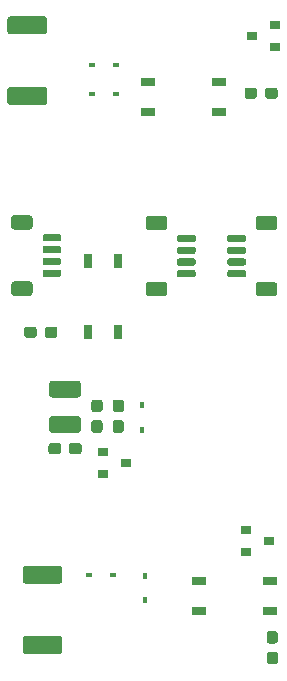
<source format=gtp>
G04 #@! TF.GenerationSoftware,KiCad,Pcbnew,(5.1.5-0)*
G04 #@! TF.CreationDate,2021-01-21T21:28:00-07:00*
G04 #@! TF.ProjectId,supercap,73757065-7263-4617-902e-6b696361645f,rev?*
G04 #@! TF.SameCoordinates,Original*
G04 #@! TF.FileFunction,Paste,Top*
G04 #@! TF.FilePolarity,Positive*
%FSLAX46Y46*%
G04 Gerber Fmt 4.6, Leading zero omitted, Abs format (unit mm)*
G04 Created by KiCad (PCBNEW (5.1.5-0)) date 2021-01-21 21:28:00*
%MOMM*%
%LPD*%
G04 APERTURE LIST*
%ADD10R,0.800000X1.200000*%
%ADD11C,0.100000*%
%ADD12R,0.900000X0.800000*%
%ADD13R,0.450000X0.600000*%
%ADD14R,1.200000X0.800000*%
%ADD15R,0.600000X0.450000*%
G04 APERTURE END LIST*
D10*
X130420000Y-92900000D03*
X130420000Y-98900000D03*
X127880000Y-98900000D03*
X127880000Y-92900000D03*
D11*
G36*
X123285779Y-98426144D02*
G01*
X123308834Y-98429563D01*
X123331443Y-98435227D01*
X123353387Y-98443079D01*
X123374457Y-98453044D01*
X123394448Y-98465026D01*
X123413168Y-98478910D01*
X123430438Y-98494562D01*
X123446090Y-98511832D01*
X123459974Y-98530552D01*
X123471956Y-98550543D01*
X123481921Y-98571613D01*
X123489773Y-98593557D01*
X123495437Y-98616166D01*
X123498856Y-98639221D01*
X123500000Y-98662500D01*
X123500000Y-99137500D01*
X123498856Y-99160779D01*
X123495437Y-99183834D01*
X123489773Y-99206443D01*
X123481921Y-99228387D01*
X123471956Y-99249457D01*
X123459974Y-99269448D01*
X123446090Y-99288168D01*
X123430438Y-99305438D01*
X123413168Y-99321090D01*
X123394448Y-99334974D01*
X123374457Y-99346956D01*
X123353387Y-99356921D01*
X123331443Y-99364773D01*
X123308834Y-99370437D01*
X123285779Y-99373856D01*
X123262500Y-99375000D01*
X122687500Y-99375000D01*
X122664221Y-99373856D01*
X122641166Y-99370437D01*
X122618557Y-99364773D01*
X122596613Y-99356921D01*
X122575543Y-99346956D01*
X122555552Y-99334974D01*
X122536832Y-99321090D01*
X122519562Y-99305438D01*
X122503910Y-99288168D01*
X122490026Y-99269448D01*
X122478044Y-99249457D01*
X122468079Y-99228387D01*
X122460227Y-99206443D01*
X122454563Y-99183834D01*
X122451144Y-99160779D01*
X122450000Y-99137500D01*
X122450000Y-98662500D01*
X122451144Y-98639221D01*
X122454563Y-98616166D01*
X122460227Y-98593557D01*
X122468079Y-98571613D01*
X122478044Y-98550543D01*
X122490026Y-98530552D01*
X122503910Y-98511832D01*
X122519562Y-98494562D01*
X122536832Y-98478910D01*
X122555552Y-98465026D01*
X122575543Y-98453044D01*
X122596613Y-98443079D01*
X122618557Y-98435227D01*
X122641166Y-98429563D01*
X122664221Y-98426144D01*
X122687500Y-98425000D01*
X123262500Y-98425000D01*
X123285779Y-98426144D01*
G37*
G36*
X125035779Y-98426144D02*
G01*
X125058834Y-98429563D01*
X125081443Y-98435227D01*
X125103387Y-98443079D01*
X125124457Y-98453044D01*
X125144448Y-98465026D01*
X125163168Y-98478910D01*
X125180438Y-98494562D01*
X125196090Y-98511832D01*
X125209974Y-98530552D01*
X125221956Y-98550543D01*
X125231921Y-98571613D01*
X125239773Y-98593557D01*
X125245437Y-98616166D01*
X125248856Y-98639221D01*
X125250000Y-98662500D01*
X125250000Y-99137500D01*
X125248856Y-99160779D01*
X125245437Y-99183834D01*
X125239773Y-99206443D01*
X125231921Y-99228387D01*
X125221956Y-99249457D01*
X125209974Y-99269448D01*
X125196090Y-99288168D01*
X125180438Y-99305438D01*
X125163168Y-99321090D01*
X125144448Y-99334974D01*
X125124457Y-99346956D01*
X125103387Y-99356921D01*
X125081443Y-99364773D01*
X125058834Y-99370437D01*
X125035779Y-99373856D01*
X125012500Y-99375000D01*
X124437500Y-99375000D01*
X124414221Y-99373856D01*
X124391166Y-99370437D01*
X124368557Y-99364773D01*
X124346613Y-99356921D01*
X124325543Y-99346956D01*
X124305552Y-99334974D01*
X124286832Y-99321090D01*
X124269562Y-99305438D01*
X124253910Y-99288168D01*
X124240026Y-99269448D01*
X124228044Y-99249457D01*
X124218079Y-99228387D01*
X124210227Y-99206443D01*
X124204563Y-99183834D01*
X124201144Y-99160779D01*
X124200000Y-99137500D01*
X124200000Y-98662500D01*
X124201144Y-98639221D01*
X124204563Y-98616166D01*
X124210227Y-98593557D01*
X124218079Y-98571613D01*
X124228044Y-98550543D01*
X124240026Y-98530552D01*
X124253910Y-98511832D01*
X124269562Y-98494562D01*
X124286832Y-98478910D01*
X124305552Y-98465026D01*
X124325543Y-98453044D01*
X124346613Y-98443079D01*
X124368557Y-98435227D01*
X124391166Y-98429563D01*
X124414221Y-98426144D01*
X124437500Y-98425000D01*
X125012500Y-98425000D01*
X125035779Y-98426144D01*
G37*
G36*
X143624505Y-94651204D02*
G01*
X143648773Y-94654804D01*
X143672572Y-94660765D01*
X143695671Y-94669030D01*
X143717850Y-94679520D01*
X143738893Y-94692132D01*
X143758599Y-94706747D01*
X143776777Y-94723223D01*
X143793253Y-94741401D01*
X143807868Y-94761107D01*
X143820480Y-94782150D01*
X143830970Y-94804329D01*
X143839235Y-94827428D01*
X143845196Y-94851227D01*
X143848796Y-94875495D01*
X143850000Y-94899999D01*
X143850000Y-95600001D01*
X143848796Y-95624505D01*
X143845196Y-95648773D01*
X143839235Y-95672572D01*
X143830970Y-95695671D01*
X143820480Y-95717850D01*
X143807868Y-95738893D01*
X143793253Y-95758599D01*
X143776777Y-95776777D01*
X143758599Y-95793253D01*
X143738893Y-95807868D01*
X143717850Y-95820480D01*
X143695671Y-95830970D01*
X143672572Y-95839235D01*
X143648773Y-95845196D01*
X143624505Y-95848796D01*
X143600001Y-95850000D01*
X142299999Y-95850000D01*
X142275495Y-95848796D01*
X142251227Y-95845196D01*
X142227428Y-95839235D01*
X142204329Y-95830970D01*
X142182150Y-95820480D01*
X142161107Y-95807868D01*
X142141401Y-95793253D01*
X142123223Y-95776777D01*
X142106747Y-95758599D01*
X142092132Y-95738893D01*
X142079520Y-95717850D01*
X142069030Y-95695671D01*
X142060765Y-95672572D01*
X142054804Y-95648773D01*
X142051204Y-95624505D01*
X142050000Y-95600001D01*
X142050000Y-94899999D01*
X142051204Y-94875495D01*
X142054804Y-94851227D01*
X142060765Y-94827428D01*
X142069030Y-94804329D01*
X142079520Y-94782150D01*
X142092132Y-94761107D01*
X142106747Y-94741401D01*
X142123223Y-94723223D01*
X142141401Y-94706747D01*
X142161107Y-94692132D01*
X142182150Y-94679520D01*
X142204329Y-94669030D01*
X142227428Y-94660765D01*
X142251227Y-94654804D01*
X142275495Y-94651204D01*
X142299999Y-94650000D01*
X143600001Y-94650000D01*
X143624505Y-94651204D01*
G37*
G36*
X143624505Y-89051204D02*
G01*
X143648773Y-89054804D01*
X143672572Y-89060765D01*
X143695671Y-89069030D01*
X143717850Y-89079520D01*
X143738893Y-89092132D01*
X143758599Y-89106747D01*
X143776777Y-89123223D01*
X143793253Y-89141401D01*
X143807868Y-89161107D01*
X143820480Y-89182150D01*
X143830970Y-89204329D01*
X143839235Y-89227428D01*
X143845196Y-89251227D01*
X143848796Y-89275495D01*
X143850000Y-89299999D01*
X143850000Y-90000001D01*
X143848796Y-90024505D01*
X143845196Y-90048773D01*
X143839235Y-90072572D01*
X143830970Y-90095671D01*
X143820480Y-90117850D01*
X143807868Y-90138893D01*
X143793253Y-90158599D01*
X143776777Y-90176777D01*
X143758599Y-90193253D01*
X143738893Y-90207868D01*
X143717850Y-90220480D01*
X143695671Y-90230970D01*
X143672572Y-90239235D01*
X143648773Y-90245196D01*
X143624505Y-90248796D01*
X143600001Y-90250000D01*
X142299999Y-90250000D01*
X142275495Y-90248796D01*
X142251227Y-90245196D01*
X142227428Y-90239235D01*
X142204329Y-90230970D01*
X142182150Y-90220480D01*
X142161107Y-90207868D01*
X142141401Y-90193253D01*
X142123223Y-90176777D01*
X142106747Y-90158599D01*
X142092132Y-90138893D01*
X142079520Y-90117850D01*
X142069030Y-90095671D01*
X142060765Y-90072572D01*
X142054804Y-90048773D01*
X142051204Y-90024505D01*
X142050000Y-90000001D01*
X142050000Y-89299999D01*
X142051204Y-89275495D01*
X142054804Y-89251227D01*
X142060765Y-89227428D01*
X142069030Y-89204329D01*
X142079520Y-89182150D01*
X142092132Y-89161107D01*
X142106747Y-89141401D01*
X142123223Y-89123223D01*
X142141401Y-89106747D01*
X142161107Y-89092132D01*
X142182150Y-89079520D01*
X142204329Y-89069030D01*
X142227428Y-89060765D01*
X142251227Y-89054804D01*
X142275495Y-89051204D01*
X142299999Y-89050000D01*
X143600001Y-89050000D01*
X143624505Y-89051204D01*
G37*
G36*
X141064703Y-93650722D02*
G01*
X141079264Y-93652882D01*
X141093543Y-93656459D01*
X141107403Y-93661418D01*
X141120710Y-93667712D01*
X141133336Y-93675280D01*
X141145159Y-93684048D01*
X141156066Y-93693934D01*
X141165952Y-93704841D01*
X141174720Y-93716664D01*
X141182288Y-93729290D01*
X141188582Y-93742597D01*
X141193541Y-93756457D01*
X141197118Y-93770736D01*
X141199278Y-93785297D01*
X141200000Y-93800000D01*
X141200000Y-94100000D01*
X141199278Y-94114703D01*
X141197118Y-94129264D01*
X141193541Y-94143543D01*
X141188582Y-94157403D01*
X141182288Y-94170710D01*
X141174720Y-94183336D01*
X141165952Y-94195159D01*
X141156066Y-94206066D01*
X141145159Y-94215952D01*
X141133336Y-94224720D01*
X141120710Y-94232288D01*
X141107403Y-94238582D01*
X141093543Y-94243541D01*
X141079264Y-94247118D01*
X141064703Y-94249278D01*
X141050000Y-94250000D01*
X139800000Y-94250000D01*
X139785297Y-94249278D01*
X139770736Y-94247118D01*
X139756457Y-94243541D01*
X139742597Y-94238582D01*
X139729290Y-94232288D01*
X139716664Y-94224720D01*
X139704841Y-94215952D01*
X139693934Y-94206066D01*
X139684048Y-94195159D01*
X139675280Y-94183336D01*
X139667712Y-94170710D01*
X139661418Y-94157403D01*
X139656459Y-94143543D01*
X139652882Y-94129264D01*
X139650722Y-94114703D01*
X139650000Y-94100000D01*
X139650000Y-93800000D01*
X139650722Y-93785297D01*
X139652882Y-93770736D01*
X139656459Y-93756457D01*
X139661418Y-93742597D01*
X139667712Y-93729290D01*
X139675280Y-93716664D01*
X139684048Y-93704841D01*
X139693934Y-93693934D01*
X139704841Y-93684048D01*
X139716664Y-93675280D01*
X139729290Y-93667712D01*
X139742597Y-93661418D01*
X139756457Y-93656459D01*
X139770736Y-93652882D01*
X139785297Y-93650722D01*
X139800000Y-93650000D01*
X141050000Y-93650000D01*
X141064703Y-93650722D01*
G37*
G36*
X141064703Y-92650722D02*
G01*
X141079264Y-92652882D01*
X141093543Y-92656459D01*
X141107403Y-92661418D01*
X141120710Y-92667712D01*
X141133336Y-92675280D01*
X141145159Y-92684048D01*
X141156066Y-92693934D01*
X141165952Y-92704841D01*
X141174720Y-92716664D01*
X141182288Y-92729290D01*
X141188582Y-92742597D01*
X141193541Y-92756457D01*
X141197118Y-92770736D01*
X141199278Y-92785297D01*
X141200000Y-92800000D01*
X141200000Y-93100000D01*
X141199278Y-93114703D01*
X141197118Y-93129264D01*
X141193541Y-93143543D01*
X141188582Y-93157403D01*
X141182288Y-93170710D01*
X141174720Y-93183336D01*
X141165952Y-93195159D01*
X141156066Y-93206066D01*
X141145159Y-93215952D01*
X141133336Y-93224720D01*
X141120710Y-93232288D01*
X141107403Y-93238582D01*
X141093543Y-93243541D01*
X141079264Y-93247118D01*
X141064703Y-93249278D01*
X141050000Y-93250000D01*
X139800000Y-93250000D01*
X139785297Y-93249278D01*
X139770736Y-93247118D01*
X139756457Y-93243541D01*
X139742597Y-93238582D01*
X139729290Y-93232288D01*
X139716664Y-93224720D01*
X139704841Y-93215952D01*
X139693934Y-93206066D01*
X139684048Y-93195159D01*
X139675280Y-93183336D01*
X139667712Y-93170710D01*
X139661418Y-93157403D01*
X139656459Y-93143543D01*
X139652882Y-93129264D01*
X139650722Y-93114703D01*
X139650000Y-93100000D01*
X139650000Y-92800000D01*
X139650722Y-92785297D01*
X139652882Y-92770736D01*
X139656459Y-92756457D01*
X139661418Y-92742597D01*
X139667712Y-92729290D01*
X139675280Y-92716664D01*
X139684048Y-92704841D01*
X139693934Y-92693934D01*
X139704841Y-92684048D01*
X139716664Y-92675280D01*
X139729290Y-92667712D01*
X139742597Y-92661418D01*
X139756457Y-92656459D01*
X139770736Y-92652882D01*
X139785297Y-92650722D01*
X139800000Y-92650000D01*
X141050000Y-92650000D01*
X141064703Y-92650722D01*
G37*
G36*
X141064703Y-91650722D02*
G01*
X141079264Y-91652882D01*
X141093543Y-91656459D01*
X141107403Y-91661418D01*
X141120710Y-91667712D01*
X141133336Y-91675280D01*
X141145159Y-91684048D01*
X141156066Y-91693934D01*
X141165952Y-91704841D01*
X141174720Y-91716664D01*
X141182288Y-91729290D01*
X141188582Y-91742597D01*
X141193541Y-91756457D01*
X141197118Y-91770736D01*
X141199278Y-91785297D01*
X141200000Y-91800000D01*
X141200000Y-92100000D01*
X141199278Y-92114703D01*
X141197118Y-92129264D01*
X141193541Y-92143543D01*
X141188582Y-92157403D01*
X141182288Y-92170710D01*
X141174720Y-92183336D01*
X141165952Y-92195159D01*
X141156066Y-92206066D01*
X141145159Y-92215952D01*
X141133336Y-92224720D01*
X141120710Y-92232288D01*
X141107403Y-92238582D01*
X141093543Y-92243541D01*
X141079264Y-92247118D01*
X141064703Y-92249278D01*
X141050000Y-92250000D01*
X139800000Y-92250000D01*
X139785297Y-92249278D01*
X139770736Y-92247118D01*
X139756457Y-92243541D01*
X139742597Y-92238582D01*
X139729290Y-92232288D01*
X139716664Y-92224720D01*
X139704841Y-92215952D01*
X139693934Y-92206066D01*
X139684048Y-92195159D01*
X139675280Y-92183336D01*
X139667712Y-92170710D01*
X139661418Y-92157403D01*
X139656459Y-92143543D01*
X139652882Y-92129264D01*
X139650722Y-92114703D01*
X139650000Y-92100000D01*
X139650000Y-91800000D01*
X139650722Y-91785297D01*
X139652882Y-91770736D01*
X139656459Y-91756457D01*
X139661418Y-91742597D01*
X139667712Y-91729290D01*
X139675280Y-91716664D01*
X139684048Y-91704841D01*
X139693934Y-91693934D01*
X139704841Y-91684048D01*
X139716664Y-91675280D01*
X139729290Y-91667712D01*
X139742597Y-91661418D01*
X139756457Y-91656459D01*
X139770736Y-91652882D01*
X139785297Y-91650722D01*
X139800000Y-91650000D01*
X141050000Y-91650000D01*
X141064703Y-91650722D01*
G37*
G36*
X141064703Y-90650722D02*
G01*
X141079264Y-90652882D01*
X141093543Y-90656459D01*
X141107403Y-90661418D01*
X141120710Y-90667712D01*
X141133336Y-90675280D01*
X141145159Y-90684048D01*
X141156066Y-90693934D01*
X141165952Y-90704841D01*
X141174720Y-90716664D01*
X141182288Y-90729290D01*
X141188582Y-90742597D01*
X141193541Y-90756457D01*
X141197118Y-90770736D01*
X141199278Y-90785297D01*
X141200000Y-90800000D01*
X141200000Y-91100000D01*
X141199278Y-91114703D01*
X141197118Y-91129264D01*
X141193541Y-91143543D01*
X141188582Y-91157403D01*
X141182288Y-91170710D01*
X141174720Y-91183336D01*
X141165952Y-91195159D01*
X141156066Y-91206066D01*
X141145159Y-91215952D01*
X141133336Y-91224720D01*
X141120710Y-91232288D01*
X141107403Y-91238582D01*
X141093543Y-91243541D01*
X141079264Y-91247118D01*
X141064703Y-91249278D01*
X141050000Y-91250000D01*
X139800000Y-91250000D01*
X139785297Y-91249278D01*
X139770736Y-91247118D01*
X139756457Y-91243541D01*
X139742597Y-91238582D01*
X139729290Y-91232288D01*
X139716664Y-91224720D01*
X139704841Y-91215952D01*
X139693934Y-91206066D01*
X139684048Y-91195159D01*
X139675280Y-91183336D01*
X139667712Y-91170710D01*
X139661418Y-91157403D01*
X139656459Y-91143543D01*
X139652882Y-91129264D01*
X139650722Y-91114703D01*
X139650000Y-91100000D01*
X139650000Y-90800000D01*
X139650722Y-90785297D01*
X139652882Y-90770736D01*
X139656459Y-90756457D01*
X139661418Y-90742597D01*
X139667712Y-90729290D01*
X139675280Y-90716664D01*
X139684048Y-90704841D01*
X139693934Y-90693934D01*
X139704841Y-90684048D01*
X139716664Y-90675280D01*
X139729290Y-90667712D01*
X139742597Y-90661418D01*
X139756457Y-90656459D01*
X139770736Y-90652882D01*
X139785297Y-90650722D01*
X139800000Y-90650000D01*
X141050000Y-90650000D01*
X141064703Y-90650722D01*
G37*
G36*
X134324505Y-89051204D02*
G01*
X134348773Y-89054804D01*
X134372572Y-89060765D01*
X134395671Y-89069030D01*
X134417850Y-89079520D01*
X134438893Y-89092132D01*
X134458599Y-89106747D01*
X134476777Y-89123223D01*
X134493253Y-89141401D01*
X134507868Y-89161107D01*
X134520480Y-89182150D01*
X134530970Y-89204329D01*
X134539235Y-89227428D01*
X134545196Y-89251227D01*
X134548796Y-89275495D01*
X134550000Y-89299999D01*
X134550000Y-90000001D01*
X134548796Y-90024505D01*
X134545196Y-90048773D01*
X134539235Y-90072572D01*
X134530970Y-90095671D01*
X134520480Y-90117850D01*
X134507868Y-90138893D01*
X134493253Y-90158599D01*
X134476777Y-90176777D01*
X134458599Y-90193253D01*
X134438893Y-90207868D01*
X134417850Y-90220480D01*
X134395671Y-90230970D01*
X134372572Y-90239235D01*
X134348773Y-90245196D01*
X134324505Y-90248796D01*
X134300001Y-90250000D01*
X132999999Y-90250000D01*
X132975495Y-90248796D01*
X132951227Y-90245196D01*
X132927428Y-90239235D01*
X132904329Y-90230970D01*
X132882150Y-90220480D01*
X132861107Y-90207868D01*
X132841401Y-90193253D01*
X132823223Y-90176777D01*
X132806747Y-90158599D01*
X132792132Y-90138893D01*
X132779520Y-90117850D01*
X132769030Y-90095671D01*
X132760765Y-90072572D01*
X132754804Y-90048773D01*
X132751204Y-90024505D01*
X132750000Y-90000001D01*
X132750000Y-89299999D01*
X132751204Y-89275495D01*
X132754804Y-89251227D01*
X132760765Y-89227428D01*
X132769030Y-89204329D01*
X132779520Y-89182150D01*
X132792132Y-89161107D01*
X132806747Y-89141401D01*
X132823223Y-89123223D01*
X132841401Y-89106747D01*
X132861107Y-89092132D01*
X132882150Y-89079520D01*
X132904329Y-89069030D01*
X132927428Y-89060765D01*
X132951227Y-89054804D01*
X132975495Y-89051204D01*
X132999999Y-89050000D01*
X134300001Y-89050000D01*
X134324505Y-89051204D01*
G37*
G36*
X134324505Y-94651204D02*
G01*
X134348773Y-94654804D01*
X134372572Y-94660765D01*
X134395671Y-94669030D01*
X134417850Y-94679520D01*
X134438893Y-94692132D01*
X134458599Y-94706747D01*
X134476777Y-94723223D01*
X134493253Y-94741401D01*
X134507868Y-94761107D01*
X134520480Y-94782150D01*
X134530970Y-94804329D01*
X134539235Y-94827428D01*
X134545196Y-94851227D01*
X134548796Y-94875495D01*
X134550000Y-94899999D01*
X134550000Y-95600001D01*
X134548796Y-95624505D01*
X134545196Y-95648773D01*
X134539235Y-95672572D01*
X134530970Y-95695671D01*
X134520480Y-95717850D01*
X134507868Y-95738893D01*
X134493253Y-95758599D01*
X134476777Y-95776777D01*
X134458599Y-95793253D01*
X134438893Y-95807868D01*
X134417850Y-95820480D01*
X134395671Y-95830970D01*
X134372572Y-95839235D01*
X134348773Y-95845196D01*
X134324505Y-95848796D01*
X134300001Y-95850000D01*
X132999999Y-95850000D01*
X132975495Y-95848796D01*
X132951227Y-95845196D01*
X132927428Y-95839235D01*
X132904329Y-95830970D01*
X132882150Y-95820480D01*
X132861107Y-95807868D01*
X132841401Y-95793253D01*
X132823223Y-95776777D01*
X132806747Y-95758599D01*
X132792132Y-95738893D01*
X132779520Y-95717850D01*
X132769030Y-95695671D01*
X132760765Y-95672572D01*
X132754804Y-95648773D01*
X132751204Y-95624505D01*
X132750000Y-95600001D01*
X132750000Y-94899999D01*
X132751204Y-94875495D01*
X132754804Y-94851227D01*
X132760765Y-94827428D01*
X132769030Y-94804329D01*
X132779520Y-94782150D01*
X132792132Y-94761107D01*
X132806747Y-94741401D01*
X132823223Y-94723223D01*
X132841401Y-94706747D01*
X132861107Y-94692132D01*
X132882150Y-94679520D01*
X132904329Y-94669030D01*
X132927428Y-94660765D01*
X132951227Y-94654804D01*
X132975495Y-94651204D01*
X132999999Y-94650000D01*
X134300001Y-94650000D01*
X134324505Y-94651204D01*
G37*
G36*
X136814703Y-90650722D02*
G01*
X136829264Y-90652882D01*
X136843543Y-90656459D01*
X136857403Y-90661418D01*
X136870710Y-90667712D01*
X136883336Y-90675280D01*
X136895159Y-90684048D01*
X136906066Y-90693934D01*
X136915952Y-90704841D01*
X136924720Y-90716664D01*
X136932288Y-90729290D01*
X136938582Y-90742597D01*
X136943541Y-90756457D01*
X136947118Y-90770736D01*
X136949278Y-90785297D01*
X136950000Y-90800000D01*
X136950000Y-91100000D01*
X136949278Y-91114703D01*
X136947118Y-91129264D01*
X136943541Y-91143543D01*
X136938582Y-91157403D01*
X136932288Y-91170710D01*
X136924720Y-91183336D01*
X136915952Y-91195159D01*
X136906066Y-91206066D01*
X136895159Y-91215952D01*
X136883336Y-91224720D01*
X136870710Y-91232288D01*
X136857403Y-91238582D01*
X136843543Y-91243541D01*
X136829264Y-91247118D01*
X136814703Y-91249278D01*
X136800000Y-91250000D01*
X135550000Y-91250000D01*
X135535297Y-91249278D01*
X135520736Y-91247118D01*
X135506457Y-91243541D01*
X135492597Y-91238582D01*
X135479290Y-91232288D01*
X135466664Y-91224720D01*
X135454841Y-91215952D01*
X135443934Y-91206066D01*
X135434048Y-91195159D01*
X135425280Y-91183336D01*
X135417712Y-91170710D01*
X135411418Y-91157403D01*
X135406459Y-91143543D01*
X135402882Y-91129264D01*
X135400722Y-91114703D01*
X135400000Y-91100000D01*
X135400000Y-90800000D01*
X135400722Y-90785297D01*
X135402882Y-90770736D01*
X135406459Y-90756457D01*
X135411418Y-90742597D01*
X135417712Y-90729290D01*
X135425280Y-90716664D01*
X135434048Y-90704841D01*
X135443934Y-90693934D01*
X135454841Y-90684048D01*
X135466664Y-90675280D01*
X135479290Y-90667712D01*
X135492597Y-90661418D01*
X135506457Y-90656459D01*
X135520736Y-90652882D01*
X135535297Y-90650722D01*
X135550000Y-90650000D01*
X136800000Y-90650000D01*
X136814703Y-90650722D01*
G37*
G36*
X136814703Y-91650722D02*
G01*
X136829264Y-91652882D01*
X136843543Y-91656459D01*
X136857403Y-91661418D01*
X136870710Y-91667712D01*
X136883336Y-91675280D01*
X136895159Y-91684048D01*
X136906066Y-91693934D01*
X136915952Y-91704841D01*
X136924720Y-91716664D01*
X136932288Y-91729290D01*
X136938582Y-91742597D01*
X136943541Y-91756457D01*
X136947118Y-91770736D01*
X136949278Y-91785297D01*
X136950000Y-91800000D01*
X136950000Y-92100000D01*
X136949278Y-92114703D01*
X136947118Y-92129264D01*
X136943541Y-92143543D01*
X136938582Y-92157403D01*
X136932288Y-92170710D01*
X136924720Y-92183336D01*
X136915952Y-92195159D01*
X136906066Y-92206066D01*
X136895159Y-92215952D01*
X136883336Y-92224720D01*
X136870710Y-92232288D01*
X136857403Y-92238582D01*
X136843543Y-92243541D01*
X136829264Y-92247118D01*
X136814703Y-92249278D01*
X136800000Y-92250000D01*
X135550000Y-92250000D01*
X135535297Y-92249278D01*
X135520736Y-92247118D01*
X135506457Y-92243541D01*
X135492597Y-92238582D01*
X135479290Y-92232288D01*
X135466664Y-92224720D01*
X135454841Y-92215952D01*
X135443934Y-92206066D01*
X135434048Y-92195159D01*
X135425280Y-92183336D01*
X135417712Y-92170710D01*
X135411418Y-92157403D01*
X135406459Y-92143543D01*
X135402882Y-92129264D01*
X135400722Y-92114703D01*
X135400000Y-92100000D01*
X135400000Y-91800000D01*
X135400722Y-91785297D01*
X135402882Y-91770736D01*
X135406459Y-91756457D01*
X135411418Y-91742597D01*
X135417712Y-91729290D01*
X135425280Y-91716664D01*
X135434048Y-91704841D01*
X135443934Y-91693934D01*
X135454841Y-91684048D01*
X135466664Y-91675280D01*
X135479290Y-91667712D01*
X135492597Y-91661418D01*
X135506457Y-91656459D01*
X135520736Y-91652882D01*
X135535297Y-91650722D01*
X135550000Y-91650000D01*
X136800000Y-91650000D01*
X136814703Y-91650722D01*
G37*
G36*
X136814703Y-92650722D02*
G01*
X136829264Y-92652882D01*
X136843543Y-92656459D01*
X136857403Y-92661418D01*
X136870710Y-92667712D01*
X136883336Y-92675280D01*
X136895159Y-92684048D01*
X136906066Y-92693934D01*
X136915952Y-92704841D01*
X136924720Y-92716664D01*
X136932288Y-92729290D01*
X136938582Y-92742597D01*
X136943541Y-92756457D01*
X136947118Y-92770736D01*
X136949278Y-92785297D01*
X136950000Y-92800000D01*
X136950000Y-93100000D01*
X136949278Y-93114703D01*
X136947118Y-93129264D01*
X136943541Y-93143543D01*
X136938582Y-93157403D01*
X136932288Y-93170710D01*
X136924720Y-93183336D01*
X136915952Y-93195159D01*
X136906066Y-93206066D01*
X136895159Y-93215952D01*
X136883336Y-93224720D01*
X136870710Y-93232288D01*
X136857403Y-93238582D01*
X136843543Y-93243541D01*
X136829264Y-93247118D01*
X136814703Y-93249278D01*
X136800000Y-93250000D01*
X135550000Y-93250000D01*
X135535297Y-93249278D01*
X135520736Y-93247118D01*
X135506457Y-93243541D01*
X135492597Y-93238582D01*
X135479290Y-93232288D01*
X135466664Y-93224720D01*
X135454841Y-93215952D01*
X135443934Y-93206066D01*
X135434048Y-93195159D01*
X135425280Y-93183336D01*
X135417712Y-93170710D01*
X135411418Y-93157403D01*
X135406459Y-93143543D01*
X135402882Y-93129264D01*
X135400722Y-93114703D01*
X135400000Y-93100000D01*
X135400000Y-92800000D01*
X135400722Y-92785297D01*
X135402882Y-92770736D01*
X135406459Y-92756457D01*
X135411418Y-92742597D01*
X135417712Y-92729290D01*
X135425280Y-92716664D01*
X135434048Y-92704841D01*
X135443934Y-92693934D01*
X135454841Y-92684048D01*
X135466664Y-92675280D01*
X135479290Y-92667712D01*
X135492597Y-92661418D01*
X135506457Y-92656459D01*
X135520736Y-92652882D01*
X135535297Y-92650722D01*
X135550000Y-92650000D01*
X136800000Y-92650000D01*
X136814703Y-92650722D01*
G37*
G36*
X136814703Y-93650722D02*
G01*
X136829264Y-93652882D01*
X136843543Y-93656459D01*
X136857403Y-93661418D01*
X136870710Y-93667712D01*
X136883336Y-93675280D01*
X136895159Y-93684048D01*
X136906066Y-93693934D01*
X136915952Y-93704841D01*
X136924720Y-93716664D01*
X136932288Y-93729290D01*
X136938582Y-93742597D01*
X136943541Y-93756457D01*
X136947118Y-93770736D01*
X136949278Y-93785297D01*
X136950000Y-93800000D01*
X136950000Y-94100000D01*
X136949278Y-94114703D01*
X136947118Y-94129264D01*
X136943541Y-94143543D01*
X136938582Y-94157403D01*
X136932288Y-94170710D01*
X136924720Y-94183336D01*
X136915952Y-94195159D01*
X136906066Y-94206066D01*
X136895159Y-94215952D01*
X136883336Y-94224720D01*
X136870710Y-94232288D01*
X136857403Y-94238582D01*
X136843543Y-94243541D01*
X136829264Y-94247118D01*
X136814703Y-94249278D01*
X136800000Y-94250000D01*
X135550000Y-94250000D01*
X135535297Y-94249278D01*
X135520736Y-94247118D01*
X135506457Y-94243541D01*
X135492597Y-94238582D01*
X135479290Y-94232288D01*
X135466664Y-94224720D01*
X135454841Y-94215952D01*
X135443934Y-94206066D01*
X135434048Y-94195159D01*
X135425280Y-94183336D01*
X135417712Y-94170710D01*
X135411418Y-94157403D01*
X135406459Y-94143543D01*
X135402882Y-94129264D01*
X135400722Y-94114703D01*
X135400000Y-94100000D01*
X135400000Y-93800000D01*
X135400722Y-93785297D01*
X135402882Y-93770736D01*
X135406459Y-93756457D01*
X135411418Y-93742597D01*
X135417712Y-93729290D01*
X135425280Y-93716664D01*
X135434048Y-93704841D01*
X135443934Y-93693934D01*
X135454841Y-93684048D01*
X135466664Y-93675280D01*
X135479290Y-93667712D01*
X135492597Y-93661418D01*
X135506457Y-93656459D01*
X135520736Y-93652882D01*
X135535297Y-93650722D01*
X135550000Y-93650000D01*
X136800000Y-93650000D01*
X136814703Y-93650722D01*
G37*
G36*
X122924505Y-89001204D02*
G01*
X122948773Y-89004804D01*
X122972572Y-89010765D01*
X122995671Y-89019030D01*
X123017850Y-89029520D01*
X123038893Y-89042132D01*
X123058599Y-89056747D01*
X123076777Y-89073223D01*
X123093253Y-89091401D01*
X123107868Y-89111107D01*
X123120480Y-89132150D01*
X123130970Y-89154329D01*
X123139235Y-89177428D01*
X123145196Y-89201227D01*
X123148796Y-89225495D01*
X123150000Y-89249999D01*
X123150000Y-89950001D01*
X123148796Y-89974505D01*
X123145196Y-89998773D01*
X123139235Y-90022572D01*
X123130970Y-90045671D01*
X123120480Y-90067850D01*
X123107868Y-90088893D01*
X123093253Y-90108599D01*
X123076777Y-90126777D01*
X123058599Y-90143253D01*
X123038893Y-90157868D01*
X123017850Y-90170480D01*
X122995671Y-90180970D01*
X122972572Y-90189235D01*
X122948773Y-90195196D01*
X122924505Y-90198796D01*
X122900001Y-90200000D01*
X121599999Y-90200000D01*
X121575495Y-90198796D01*
X121551227Y-90195196D01*
X121527428Y-90189235D01*
X121504329Y-90180970D01*
X121482150Y-90170480D01*
X121461107Y-90157868D01*
X121441401Y-90143253D01*
X121423223Y-90126777D01*
X121406747Y-90108599D01*
X121392132Y-90088893D01*
X121379520Y-90067850D01*
X121369030Y-90045671D01*
X121360765Y-90022572D01*
X121354804Y-89998773D01*
X121351204Y-89974505D01*
X121350000Y-89950001D01*
X121350000Y-89249999D01*
X121351204Y-89225495D01*
X121354804Y-89201227D01*
X121360765Y-89177428D01*
X121369030Y-89154329D01*
X121379520Y-89132150D01*
X121392132Y-89111107D01*
X121406747Y-89091401D01*
X121423223Y-89073223D01*
X121441401Y-89056747D01*
X121461107Y-89042132D01*
X121482150Y-89029520D01*
X121504329Y-89019030D01*
X121527428Y-89010765D01*
X121551227Y-89004804D01*
X121575495Y-89001204D01*
X121599999Y-89000000D01*
X122900001Y-89000000D01*
X122924505Y-89001204D01*
G37*
G36*
X122924505Y-94601204D02*
G01*
X122948773Y-94604804D01*
X122972572Y-94610765D01*
X122995671Y-94619030D01*
X123017850Y-94629520D01*
X123038893Y-94642132D01*
X123058599Y-94656747D01*
X123076777Y-94673223D01*
X123093253Y-94691401D01*
X123107868Y-94711107D01*
X123120480Y-94732150D01*
X123130970Y-94754329D01*
X123139235Y-94777428D01*
X123145196Y-94801227D01*
X123148796Y-94825495D01*
X123150000Y-94849999D01*
X123150000Y-95550001D01*
X123148796Y-95574505D01*
X123145196Y-95598773D01*
X123139235Y-95622572D01*
X123130970Y-95645671D01*
X123120480Y-95667850D01*
X123107868Y-95688893D01*
X123093253Y-95708599D01*
X123076777Y-95726777D01*
X123058599Y-95743253D01*
X123038893Y-95757868D01*
X123017850Y-95770480D01*
X122995671Y-95780970D01*
X122972572Y-95789235D01*
X122948773Y-95795196D01*
X122924505Y-95798796D01*
X122900001Y-95800000D01*
X121599999Y-95800000D01*
X121575495Y-95798796D01*
X121551227Y-95795196D01*
X121527428Y-95789235D01*
X121504329Y-95780970D01*
X121482150Y-95770480D01*
X121461107Y-95757868D01*
X121441401Y-95743253D01*
X121423223Y-95726777D01*
X121406747Y-95708599D01*
X121392132Y-95688893D01*
X121379520Y-95667850D01*
X121369030Y-95645671D01*
X121360765Y-95622572D01*
X121354804Y-95598773D01*
X121351204Y-95574505D01*
X121350000Y-95550001D01*
X121350000Y-94849999D01*
X121351204Y-94825495D01*
X121354804Y-94801227D01*
X121360765Y-94777428D01*
X121369030Y-94754329D01*
X121379520Y-94732150D01*
X121392132Y-94711107D01*
X121406747Y-94691401D01*
X121423223Y-94673223D01*
X121441401Y-94656747D01*
X121461107Y-94642132D01*
X121482150Y-94629520D01*
X121504329Y-94619030D01*
X121527428Y-94610765D01*
X121551227Y-94604804D01*
X121575495Y-94601204D01*
X121599999Y-94600000D01*
X122900001Y-94600000D01*
X122924505Y-94601204D01*
G37*
G36*
X125414703Y-90600722D02*
G01*
X125429264Y-90602882D01*
X125443543Y-90606459D01*
X125457403Y-90611418D01*
X125470710Y-90617712D01*
X125483336Y-90625280D01*
X125495159Y-90634048D01*
X125506066Y-90643934D01*
X125515952Y-90654841D01*
X125524720Y-90666664D01*
X125532288Y-90679290D01*
X125538582Y-90692597D01*
X125543541Y-90706457D01*
X125547118Y-90720736D01*
X125549278Y-90735297D01*
X125550000Y-90750000D01*
X125550000Y-91050000D01*
X125549278Y-91064703D01*
X125547118Y-91079264D01*
X125543541Y-91093543D01*
X125538582Y-91107403D01*
X125532288Y-91120710D01*
X125524720Y-91133336D01*
X125515952Y-91145159D01*
X125506066Y-91156066D01*
X125495159Y-91165952D01*
X125483336Y-91174720D01*
X125470710Y-91182288D01*
X125457403Y-91188582D01*
X125443543Y-91193541D01*
X125429264Y-91197118D01*
X125414703Y-91199278D01*
X125400000Y-91200000D01*
X124150000Y-91200000D01*
X124135297Y-91199278D01*
X124120736Y-91197118D01*
X124106457Y-91193541D01*
X124092597Y-91188582D01*
X124079290Y-91182288D01*
X124066664Y-91174720D01*
X124054841Y-91165952D01*
X124043934Y-91156066D01*
X124034048Y-91145159D01*
X124025280Y-91133336D01*
X124017712Y-91120710D01*
X124011418Y-91107403D01*
X124006459Y-91093543D01*
X124002882Y-91079264D01*
X124000722Y-91064703D01*
X124000000Y-91050000D01*
X124000000Y-90750000D01*
X124000722Y-90735297D01*
X124002882Y-90720736D01*
X124006459Y-90706457D01*
X124011418Y-90692597D01*
X124017712Y-90679290D01*
X124025280Y-90666664D01*
X124034048Y-90654841D01*
X124043934Y-90643934D01*
X124054841Y-90634048D01*
X124066664Y-90625280D01*
X124079290Y-90617712D01*
X124092597Y-90611418D01*
X124106457Y-90606459D01*
X124120736Y-90602882D01*
X124135297Y-90600722D01*
X124150000Y-90600000D01*
X125400000Y-90600000D01*
X125414703Y-90600722D01*
G37*
G36*
X125414703Y-91600722D02*
G01*
X125429264Y-91602882D01*
X125443543Y-91606459D01*
X125457403Y-91611418D01*
X125470710Y-91617712D01*
X125483336Y-91625280D01*
X125495159Y-91634048D01*
X125506066Y-91643934D01*
X125515952Y-91654841D01*
X125524720Y-91666664D01*
X125532288Y-91679290D01*
X125538582Y-91692597D01*
X125543541Y-91706457D01*
X125547118Y-91720736D01*
X125549278Y-91735297D01*
X125550000Y-91750000D01*
X125550000Y-92050000D01*
X125549278Y-92064703D01*
X125547118Y-92079264D01*
X125543541Y-92093543D01*
X125538582Y-92107403D01*
X125532288Y-92120710D01*
X125524720Y-92133336D01*
X125515952Y-92145159D01*
X125506066Y-92156066D01*
X125495159Y-92165952D01*
X125483336Y-92174720D01*
X125470710Y-92182288D01*
X125457403Y-92188582D01*
X125443543Y-92193541D01*
X125429264Y-92197118D01*
X125414703Y-92199278D01*
X125400000Y-92200000D01*
X124150000Y-92200000D01*
X124135297Y-92199278D01*
X124120736Y-92197118D01*
X124106457Y-92193541D01*
X124092597Y-92188582D01*
X124079290Y-92182288D01*
X124066664Y-92174720D01*
X124054841Y-92165952D01*
X124043934Y-92156066D01*
X124034048Y-92145159D01*
X124025280Y-92133336D01*
X124017712Y-92120710D01*
X124011418Y-92107403D01*
X124006459Y-92093543D01*
X124002882Y-92079264D01*
X124000722Y-92064703D01*
X124000000Y-92050000D01*
X124000000Y-91750000D01*
X124000722Y-91735297D01*
X124002882Y-91720736D01*
X124006459Y-91706457D01*
X124011418Y-91692597D01*
X124017712Y-91679290D01*
X124025280Y-91666664D01*
X124034048Y-91654841D01*
X124043934Y-91643934D01*
X124054841Y-91634048D01*
X124066664Y-91625280D01*
X124079290Y-91617712D01*
X124092597Y-91611418D01*
X124106457Y-91606459D01*
X124120736Y-91602882D01*
X124135297Y-91600722D01*
X124150000Y-91600000D01*
X125400000Y-91600000D01*
X125414703Y-91600722D01*
G37*
G36*
X125414703Y-92600722D02*
G01*
X125429264Y-92602882D01*
X125443543Y-92606459D01*
X125457403Y-92611418D01*
X125470710Y-92617712D01*
X125483336Y-92625280D01*
X125495159Y-92634048D01*
X125506066Y-92643934D01*
X125515952Y-92654841D01*
X125524720Y-92666664D01*
X125532288Y-92679290D01*
X125538582Y-92692597D01*
X125543541Y-92706457D01*
X125547118Y-92720736D01*
X125549278Y-92735297D01*
X125550000Y-92750000D01*
X125550000Y-93050000D01*
X125549278Y-93064703D01*
X125547118Y-93079264D01*
X125543541Y-93093543D01*
X125538582Y-93107403D01*
X125532288Y-93120710D01*
X125524720Y-93133336D01*
X125515952Y-93145159D01*
X125506066Y-93156066D01*
X125495159Y-93165952D01*
X125483336Y-93174720D01*
X125470710Y-93182288D01*
X125457403Y-93188582D01*
X125443543Y-93193541D01*
X125429264Y-93197118D01*
X125414703Y-93199278D01*
X125400000Y-93200000D01*
X124150000Y-93200000D01*
X124135297Y-93199278D01*
X124120736Y-93197118D01*
X124106457Y-93193541D01*
X124092597Y-93188582D01*
X124079290Y-93182288D01*
X124066664Y-93174720D01*
X124054841Y-93165952D01*
X124043934Y-93156066D01*
X124034048Y-93145159D01*
X124025280Y-93133336D01*
X124017712Y-93120710D01*
X124011418Y-93107403D01*
X124006459Y-93093543D01*
X124002882Y-93079264D01*
X124000722Y-93064703D01*
X124000000Y-93050000D01*
X124000000Y-92750000D01*
X124000722Y-92735297D01*
X124002882Y-92720736D01*
X124006459Y-92706457D01*
X124011418Y-92692597D01*
X124017712Y-92679290D01*
X124025280Y-92666664D01*
X124034048Y-92654841D01*
X124043934Y-92643934D01*
X124054841Y-92634048D01*
X124066664Y-92625280D01*
X124079290Y-92617712D01*
X124092597Y-92611418D01*
X124106457Y-92606459D01*
X124120736Y-92602882D01*
X124135297Y-92600722D01*
X124150000Y-92600000D01*
X125400000Y-92600000D01*
X125414703Y-92600722D01*
G37*
G36*
X125414703Y-93600722D02*
G01*
X125429264Y-93602882D01*
X125443543Y-93606459D01*
X125457403Y-93611418D01*
X125470710Y-93617712D01*
X125483336Y-93625280D01*
X125495159Y-93634048D01*
X125506066Y-93643934D01*
X125515952Y-93654841D01*
X125524720Y-93666664D01*
X125532288Y-93679290D01*
X125538582Y-93692597D01*
X125543541Y-93706457D01*
X125547118Y-93720736D01*
X125549278Y-93735297D01*
X125550000Y-93750000D01*
X125550000Y-94050000D01*
X125549278Y-94064703D01*
X125547118Y-94079264D01*
X125543541Y-94093543D01*
X125538582Y-94107403D01*
X125532288Y-94120710D01*
X125524720Y-94133336D01*
X125515952Y-94145159D01*
X125506066Y-94156066D01*
X125495159Y-94165952D01*
X125483336Y-94174720D01*
X125470710Y-94182288D01*
X125457403Y-94188582D01*
X125443543Y-94193541D01*
X125429264Y-94197118D01*
X125414703Y-94199278D01*
X125400000Y-94200000D01*
X124150000Y-94200000D01*
X124135297Y-94199278D01*
X124120736Y-94197118D01*
X124106457Y-94193541D01*
X124092597Y-94188582D01*
X124079290Y-94182288D01*
X124066664Y-94174720D01*
X124054841Y-94165952D01*
X124043934Y-94156066D01*
X124034048Y-94145159D01*
X124025280Y-94133336D01*
X124017712Y-94120710D01*
X124011418Y-94107403D01*
X124006459Y-94093543D01*
X124002882Y-94079264D01*
X124000722Y-94064703D01*
X124000000Y-94050000D01*
X124000000Y-93750000D01*
X124000722Y-93735297D01*
X124002882Y-93720736D01*
X124006459Y-93706457D01*
X124011418Y-93692597D01*
X124017712Y-93679290D01*
X124025280Y-93666664D01*
X124034048Y-93654841D01*
X124043934Y-93643934D01*
X124054841Y-93634048D01*
X124066664Y-93625280D01*
X124079290Y-93617712D01*
X124092597Y-93611418D01*
X124106457Y-93606459D01*
X124120736Y-93602882D01*
X124135297Y-93600722D01*
X124150000Y-93600000D01*
X125400000Y-93600000D01*
X125414703Y-93600722D01*
G37*
G36*
X128860779Y-106351144D02*
G01*
X128883834Y-106354563D01*
X128906443Y-106360227D01*
X128928387Y-106368079D01*
X128949457Y-106378044D01*
X128969448Y-106390026D01*
X128988168Y-106403910D01*
X129005438Y-106419562D01*
X129021090Y-106436832D01*
X129034974Y-106455552D01*
X129046956Y-106475543D01*
X129056921Y-106496613D01*
X129064773Y-106518557D01*
X129070437Y-106541166D01*
X129073856Y-106564221D01*
X129075000Y-106587500D01*
X129075000Y-107162500D01*
X129073856Y-107185779D01*
X129070437Y-107208834D01*
X129064773Y-107231443D01*
X129056921Y-107253387D01*
X129046956Y-107274457D01*
X129034974Y-107294448D01*
X129021090Y-107313168D01*
X129005438Y-107330438D01*
X128988168Y-107346090D01*
X128969448Y-107359974D01*
X128949457Y-107371956D01*
X128928387Y-107381921D01*
X128906443Y-107389773D01*
X128883834Y-107395437D01*
X128860779Y-107398856D01*
X128837500Y-107400000D01*
X128362500Y-107400000D01*
X128339221Y-107398856D01*
X128316166Y-107395437D01*
X128293557Y-107389773D01*
X128271613Y-107381921D01*
X128250543Y-107371956D01*
X128230552Y-107359974D01*
X128211832Y-107346090D01*
X128194562Y-107330438D01*
X128178910Y-107313168D01*
X128165026Y-107294448D01*
X128153044Y-107274457D01*
X128143079Y-107253387D01*
X128135227Y-107231443D01*
X128129563Y-107208834D01*
X128126144Y-107185779D01*
X128125000Y-107162500D01*
X128125000Y-106587500D01*
X128126144Y-106564221D01*
X128129563Y-106541166D01*
X128135227Y-106518557D01*
X128143079Y-106496613D01*
X128153044Y-106475543D01*
X128165026Y-106455552D01*
X128178910Y-106436832D01*
X128194562Y-106419562D01*
X128211832Y-106403910D01*
X128230552Y-106390026D01*
X128250543Y-106378044D01*
X128271613Y-106368079D01*
X128293557Y-106360227D01*
X128316166Y-106354563D01*
X128339221Y-106351144D01*
X128362500Y-106350000D01*
X128837500Y-106350000D01*
X128860779Y-106351144D01*
G37*
G36*
X128860779Y-104601144D02*
G01*
X128883834Y-104604563D01*
X128906443Y-104610227D01*
X128928387Y-104618079D01*
X128949457Y-104628044D01*
X128969448Y-104640026D01*
X128988168Y-104653910D01*
X129005438Y-104669562D01*
X129021090Y-104686832D01*
X129034974Y-104705552D01*
X129046956Y-104725543D01*
X129056921Y-104746613D01*
X129064773Y-104768557D01*
X129070437Y-104791166D01*
X129073856Y-104814221D01*
X129075000Y-104837500D01*
X129075000Y-105412500D01*
X129073856Y-105435779D01*
X129070437Y-105458834D01*
X129064773Y-105481443D01*
X129056921Y-105503387D01*
X129046956Y-105524457D01*
X129034974Y-105544448D01*
X129021090Y-105563168D01*
X129005438Y-105580438D01*
X128988168Y-105596090D01*
X128969448Y-105609974D01*
X128949457Y-105621956D01*
X128928387Y-105631921D01*
X128906443Y-105639773D01*
X128883834Y-105645437D01*
X128860779Y-105648856D01*
X128837500Y-105650000D01*
X128362500Y-105650000D01*
X128339221Y-105648856D01*
X128316166Y-105645437D01*
X128293557Y-105639773D01*
X128271613Y-105631921D01*
X128250543Y-105621956D01*
X128230552Y-105609974D01*
X128211832Y-105596090D01*
X128194562Y-105580438D01*
X128178910Y-105563168D01*
X128165026Y-105544448D01*
X128153044Y-105524457D01*
X128143079Y-105503387D01*
X128135227Y-105481443D01*
X128129563Y-105458834D01*
X128126144Y-105435779D01*
X128125000Y-105412500D01*
X128125000Y-104837500D01*
X128126144Y-104814221D01*
X128129563Y-104791166D01*
X128135227Y-104768557D01*
X128143079Y-104746613D01*
X128153044Y-104725543D01*
X128165026Y-104705552D01*
X128178910Y-104686832D01*
X128194562Y-104669562D01*
X128211832Y-104653910D01*
X128230552Y-104640026D01*
X128250543Y-104628044D01*
X128271613Y-104618079D01*
X128293557Y-104610227D01*
X128316166Y-104604563D01*
X128339221Y-104601144D01*
X128362500Y-104600000D01*
X128837500Y-104600000D01*
X128860779Y-104601144D01*
G37*
G36*
X125335779Y-108276144D02*
G01*
X125358834Y-108279563D01*
X125381443Y-108285227D01*
X125403387Y-108293079D01*
X125424457Y-108303044D01*
X125444448Y-108315026D01*
X125463168Y-108328910D01*
X125480438Y-108344562D01*
X125496090Y-108361832D01*
X125509974Y-108380552D01*
X125521956Y-108400543D01*
X125531921Y-108421613D01*
X125539773Y-108443557D01*
X125545437Y-108466166D01*
X125548856Y-108489221D01*
X125550000Y-108512500D01*
X125550000Y-108987500D01*
X125548856Y-109010779D01*
X125545437Y-109033834D01*
X125539773Y-109056443D01*
X125531921Y-109078387D01*
X125521956Y-109099457D01*
X125509974Y-109119448D01*
X125496090Y-109138168D01*
X125480438Y-109155438D01*
X125463168Y-109171090D01*
X125444448Y-109184974D01*
X125424457Y-109196956D01*
X125403387Y-109206921D01*
X125381443Y-109214773D01*
X125358834Y-109220437D01*
X125335779Y-109223856D01*
X125312500Y-109225000D01*
X124737500Y-109225000D01*
X124714221Y-109223856D01*
X124691166Y-109220437D01*
X124668557Y-109214773D01*
X124646613Y-109206921D01*
X124625543Y-109196956D01*
X124605552Y-109184974D01*
X124586832Y-109171090D01*
X124569562Y-109155438D01*
X124553910Y-109138168D01*
X124540026Y-109119448D01*
X124528044Y-109099457D01*
X124518079Y-109078387D01*
X124510227Y-109056443D01*
X124504563Y-109033834D01*
X124501144Y-109010779D01*
X124500000Y-108987500D01*
X124500000Y-108512500D01*
X124501144Y-108489221D01*
X124504563Y-108466166D01*
X124510227Y-108443557D01*
X124518079Y-108421613D01*
X124528044Y-108400543D01*
X124540026Y-108380552D01*
X124553910Y-108361832D01*
X124569562Y-108344562D01*
X124586832Y-108328910D01*
X124605552Y-108315026D01*
X124625543Y-108303044D01*
X124646613Y-108293079D01*
X124668557Y-108285227D01*
X124691166Y-108279563D01*
X124714221Y-108276144D01*
X124737500Y-108275000D01*
X125312500Y-108275000D01*
X125335779Y-108276144D01*
G37*
G36*
X127085779Y-108276144D02*
G01*
X127108834Y-108279563D01*
X127131443Y-108285227D01*
X127153387Y-108293079D01*
X127174457Y-108303044D01*
X127194448Y-108315026D01*
X127213168Y-108328910D01*
X127230438Y-108344562D01*
X127246090Y-108361832D01*
X127259974Y-108380552D01*
X127271956Y-108400543D01*
X127281921Y-108421613D01*
X127289773Y-108443557D01*
X127295437Y-108466166D01*
X127298856Y-108489221D01*
X127300000Y-108512500D01*
X127300000Y-108987500D01*
X127298856Y-109010779D01*
X127295437Y-109033834D01*
X127289773Y-109056443D01*
X127281921Y-109078387D01*
X127271956Y-109099457D01*
X127259974Y-109119448D01*
X127246090Y-109138168D01*
X127230438Y-109155438D01*
X127213168Y-109171090D01*
X127194448Y-109184974D01*
X127174457Y-109196956D01*
X127153387Y-109206921D01*
X127131443Y-109214773D01*
X127108834Y-109220437D01*
X127085779Y-109223856D01*
X127062500Y-109225000D01*
X126487500Y-109225000D01*
X126464221Y-109223856D01*
X126441166Y-109220437D01*
X126418557Y-109214773D01*
X126396613Y-109206921D01*
X126375543Y-109196956D01*
X126355552Y-109184974D01*
X126336832Y-109171090D01*
X126319562Y-109155438D01*
X126303910Y-109138168D01*
X126290026Y-109119448D01*
X126278044Y-109099457D01*
X126268079Y-109078387D01*
X126260227Y-109056443D01*
X126254563Y-109033834D01*
X126251144Y-109010779D01*
X126250000Y-108987500D01*
X126250000Y-108512500D01*
X126251144Y-108489221D01*
X126254563Y-108466166D01*
X126260227Y-108443557D01*
X126268079Y-108421613D01*
X126278044Y-108400543D01*
X126290026Y-108380552D01*
X126303910Y-108361832D01*
X126319562Y-108344562D01*
X126336832Y-108328910D01*
X126355552Y-108315026D01*
X126375543Y-108303044D01*
X126396613Y-108293079D01*
X126418557Y-108285227D01*
X126441166Y-108279563D01*
X126464221Y-108276144D01*
X126487500Y-108275000D01*
X127062500Y-108275000D01*
X127085779Y-108276144D01*
G37*
D12*
X131100000Y-109950000D03*
X129100000Y-110900000D03*
X129100000Y-109000000D03*
D13*
X132400000Y-107150000D03*
X132400000Y-105050000D03*
D14*
X137250000Y-119930000D03*
X143250000Y-119930000D03*
X143250000Y-122470000D03*
X137250000Y-122470000D03*
D11*
G36*
X143710779Y-124201144D02*
G01*
X143733834Y-124204563D01*
X143756443Y-124210227D01*
X143778387Y-124218079D01*
X143799457Y-124228044D01*
X143819448Y-124240026D01*
X143838168Y-124253910D01*
X143855438Y-124269562D01*
X143871090Y-124286832D01*
X143884974Y-124305552D01*
X143896956Y-124325543D01*
X143906921Y-124346613D01*
X143914773Y-124368557D01*
X143920437Y-124391166D01*
X143923856Y-124414221D01*
X143925000Y-124437500D01*
X143925000Y-125012500D01*
X143923856Y-125035779D01*
X143920437Y-125058834D01*
X143914773Y-125081443D01*
X143906921Y-125103387D01*
X143896956Y-125124457D01*
X143884974Y-125144448D01*
X143871090Y-125163168D01*
X143855438Y-125180438D01*
X143838168Y-125196090D01*
X143819448Y-125209974D01*
X143799457Y-125221956D01*
X143778387Y-125231921D01*
X143756443Y-125239773D01*
X143733834Y-125245437D01*
X143710779Y-125248856D01*
X143687500Y-125250000D01*
X143212500Y-125250000D01*
X143189221Y-125248856D01*
X143166166Y-125245437D01*
X143143557Y-125239773D01*
X143121613Y-125231921D01*
X143100543Y-125221956D01*
X143080552Y-125209974D01*
X143061832Y-125196090D01*
X143044562Y-125180438D01*
X143028910Y-125163168D01*
X143015026Y-125144448D01*
X143003044Y-125124457D01*
X142993079Y-125103387D01*
X142985227Y-125081443D01*
X142979563Y-125058834D01*
X142976144Y-125035779D01*
X142975000Y-125012500D01*
X142975000Y-124437500D01*
X142976144Y-124414221D01*
X142979563Y-124391166D01*
X142985227Y-124368557D01*
X142993079Y-124346613D01*
X143003044Y-124325543D01*
X143015026Y-124305552D01*
X143028910Y-124286832D01*
X143044562Y-124269562D01*
X143061832Y-124253910D01*
X143080552Y-124240026D01*
X143100543Y-124228044D01*
X143121613Y-124218079D01*
X143143557Y-124210227D01*
X143166166Y-124204563D01*
X143189221Y-124201144D01*
X143212500Y-124200000D01*
X143687500Y-124200000D01*
X143710779Y-124201144D01*
G37*
G36*
X143710779Y-125951144D02*
G01*
X143733834Y-125954563D01*
X143756443Y-125960227D01*
X143778387Y-125968079D01*
X143799457Y-125978044D01*
X143819448Y-125990026D01*
X143838168Y-126003910D01*
X143855438Y-126019562D01*
X143871090Y-126036832D01*
X143884974Y-126055552D01*
X143896956Y-126075543D01*
X143906921Y-126096613D01*
X143914773Y-126118557D01*
X143920437Y-126141166D01*
X143923856Y-126164221D01*
X143925000Y-126187500D01*
X143925000Y-126762500D01*
X143923856Y-126785779D01*
X143920437Y-126808834D01*
X143914773Y-126831443D01*
X143906921Y-126853387D01*
X143896956Y-126874457D01*
X143884974Y-126894448D01*
X143871090Y-126913168D01*
X143855438Y-126930438D01*
X143838168Y-126946090D01*
X143819448Y-126959974D01*
X143799457Y-126971956D01*
X143778387Y-126981921D01*
X143756443Y-126989773D01*
X143733834Y-126995437D01*
X143710779Y-126998856D01*
X143687500Y-127000000D01*
X143212500Y-127000000D01*
X143189221Y-126998856D01*
X143166166Y-126995437D01*
X143143557Y-126989773D01*
X143121613Y-126981921D01*
X143100543Y-126971956D01*
X143080552Y-126959974D01*
X143061832Y-126946090D01*
X143044562Y-126930438D01*
X143028910Y-126913168D01*
X143015026Y-126894448D01*
X143003044Y-126874457D01*
X142993079Y-126853387D01*
X142985227Y-126831443D01*
X142979563Y-126808834D01*
X142976144Y-126785779D01*
X142975000Y-126762500D01*
X142975000Y-126187500D01*
X142976144Y-126164221D01*
X142979563Y-126141166D01*
X142985227Y-126118557D01*
X142993079Y-126096613D01*
X143003044Y-126075543D01*
X143015026Y-126055552D01*
X143028910Y-126036832D01*
X143044562Y-126019562D01*
X143061832Y-126003910D01*
X143080552Y-125990026D01*
X143100543Y-125978044D01*
X143121613Y-125968079D01*
X143143557Y-125960227D01*
X143166166Y-125954563D01*
X143189221Y-125951144D01*
X143212500Y-125950000D01*
X143687500Y-125950000D01*
X143710779Y-125951144D01*
G37*
D14*
X132900000Y-77730000D03*
X138900000Y-77730000D03*
X138900000Y-80270000D03*
X132900000Y-80270000D03*
D11*
G36*
X141935779Y-78176144D02*
G01*
X141958834Y-78179563D01*
X141981443Y-78185227D01*
X142003387Y-78193079D01*
X142024457Y-78203044D01*
X142044448Y-78215026D01*
X142063168Y-78228910D01*
X142080438Y-78244562D01*
X142096090Y-78261832D01*
X142109974Y-78280552D01*
X142121956Y-78300543D01*
X142131921Y-78321613D01*
X142139773Y-78343557D01*
X142145437Y-78366166D01*
X142148856Y-78389221D01*
X142150000Y-78412500D01*
X142150000Y-78887500D01*
X142148856Y-78910779D01*
X142145437Y-78933834D01*
X142139773Y-78956443D01*
X142131921Y-78978387D01*
X142121956Y-78999457D01*
X142109974Y-79019448D01*
X142096090Y-79038168D01*
X142080438Y-79055438D01*
X142063168Y-79071090D01*
X142044448Y-79084974D01*
X142024457Y-79096956D01*
X142003387Y-79106921D01*
X141981443Y-79114773D01*
X141958834Y-79120437D01*
X141935779Y-79123856D01*
X141912500Y-79125000D01*
X141337500Y-79125000D01*
X141314221Y-79123856D01*
X141291166Y-79120437D01*
X141268557Y-79114773D01*
X141246613Y-79106921D01*
X141225543Y-79096956D01*
X141205552Y-79084974D01*
X141186832Y-79071090D01*
X141169562Y-79055438D01*
X141153910Y-79038168D01*
X141140026Y-79019448D01*
X141128044Y-78999457D01*
X141118079Y-78978387D01*
X141110227Y-78956443D01*
X141104563Y-78933834D01*
X141101144Y-78910779D01*
X141100000Y-78887500D01*
X141100000Y-78412500D01*
X141101144Y-78389221D01*
X141104563Y-78366166D01*
X141110227Y-78343557D01*
X141118079Y-78321613D01*
X141128044Y-78300543D01*
X141140026Y-78280552D01*
X141153910Y-78261832D01*
X141169562Y-78244562D01*
X141186832Y-78228910D01*
X141205552Y-78215026D01*
X141225543Y-78203044D01*
X141246613Y-78193079D01*
X141268557Y-78185227D01*
X141291166Y-78179563D01*
X141314221Y-78176144D01*
X141337500Y-78175000D01*
X141912500Y-78175000D01*
X141935779Y-78176144D01*
G37*
G36*
X143685779Y-78176144D02*
G01*
X143708834Y-78179563D01*
X143731443Y-78185227D01*
X143753387Y-78193079D01*
X143774457Y-78203044D01*
X143794448Y-78215026D01*
X143813168Y-78228910D01*
X143830438Y-78244562D01*
X143846090Y-78261832D01*
X143859974Y-78280552D01*
X143871956Y-78300543D01*
X143881921Y-78321613D01*
X143889773Y-78343557D01*
X143895437Y-78366166D01*
X143898856Y-78389221D01*
X143900000Y-78412500D01*
X143900000Y-78887500D01*
X143898856Y-78910779D01*
X143895437Y-78933834D01*
X143889773Y-78956443D01*
X143881921Y-78978387D01*
X143871956Y-78999457D01*
X143859974Y-79019448D01*
X143846090Y-79038168D01*
X143830438Y-79055438D01*
X143813168Y-79071090D01*
X143794448Y-79084974D01*
X143774457Y-79096956D01*
X143753387Y-79106921D01*
X143731443Y-79114773D01*
X143708834Y-79120437D01*
X143685779Y-79123856D01*
X143662500Y-79125000D01*
X143087500Y-79125000D01*
X143064221Y-79123856D01*
X143041166Y-79120437D01*
X143018557Y-79114773D01*
X142996613Y-79106921D01*
X142975543Y-79096956D01*
X142955552Y-79084974D01*
X142936832Y-79071090D01*
X142919562Y-79055438D01*
X142903910Y-79038168D01*
X142890026Y-79019448D01*
X142878044Y-78999457D01*
X142868079Y-78978387D01*
X142860227Y-78956443D01*
X142854563Y-78933834D01*
X142851144Y-78910779D01*
X142850000Y-78887500D01*
X142850000Y-78412500D01*
X142851144Y-78389221D01*
X142854563Y-78366166D01*
X142860227Y-78343557D01*
X142868079Y-78321613D01*
X142878044Y-78300543D01*
X142890026Y-78280552D01*
X142903910Y-78261832D01*
X142919562Y-78244562D01*
X142936832Y-78228910D01*
X142955552Y-78215026D01*
X142975543Y-78203044D01*
X142996613Y-78193079D01*
X143018557Y-78185227D01*
X143041166Y-78179563D01*
X143064221Y-78176144D01*
X143087500Y-78175000D01*
X143662500Y-78175000D01*
X143685779Y-78176144D01*
G37*
G36*
X126999504Y-105976204D02*
G01*
X127023773Y-105979804D01*
X127047571Y-105985765D01*
X127070671Y-105994030D01*
X127092849Y-106004520D01*
X127113893Y-106017133D01*
X127133598Y-106031747D01*
X127151777Y-106048223D01*
X127168253Y-106066402D01*
X127182867Y-106086107D01*
X127195480Y-106107151D01*
X127205970Y-106129329D01*
X127214235Y-106152429D01*
X127220196Y-106176227D01*
X127223796Y-106200496D01*
X127225000Y-106225000D01*
X127225000Y-107150000D01*
X127223796Y-107174504D01*
X127220196Y-107198773D01*
X127214235Y-107222571D01*
X127205970Y-107245671D01*
X127195480Y-107267849D01*
X127182867Y-107288893D01*
X127168253Y-107308598D01*
X127151777Y-107326777D01*
X127133598Y-107343253D01*
X127113893Y-107357867D01*
X127092849Y-107370480D01*
X127070671Y-107380970D01*
X127047571Y-107389235D01*
X127023773Y-107395196D01*
X126999504Y-107398796D01*
X126975000Y-107400000D01*
X124825000Y-107400000D01*
X124800496Y-107398796D01*
X124776227Y-107395196D01*
X124752429Y-107389235D01*
X124729329Y-107380970D01*
X124707151Y-107370480D01*
X124686107Y-107357867D01*
X124666402Y-107343253D01*
X124648223Y-107326777D01*
X124631747Y-107308598D01*
X124617133Y-107288893D01*
X124604520Y-107267849D01*
X124594030Y-107245671D01*
X124585765Y-107222571D01*
X124579804Y-107198773D01*
X124576204Y-107174504D01*
X124575000Y-107150000D01*
X124575000Y-106225000D01*
X124576204Y-106200496D01*
X124579804Y-106176227D01*
X124585765Y-106152429D01*
X124594030Y-106129329D01*
X124604520Y-106107151D01*
X124617133Y-106086107D01*
X124631747Y-106066402D01*
X124648223Y-106048223D01*
X124666402Y-106031747D01*
X124686107Y-106017133D01*
X124707151Y-106004520D01*
X124729329Y-105994030D01*
X124752429Y-105985765D01*
X124776227Y-105979804D01*
X124800496Y-105976204D01*
X124825000Y-105975000D01*
X126975000Y-105975000D01*
X126999504Y-105976204D01*
G37*
G36*
X126999504Y-103001204D02*
G01*
X127023773Y-103004804D01*
X127047571Y-103010765D01*
X127070671Y-103019030D01*
X127092849Y-103029520D01*
X127113893Y-103042133D01*
X127133598Y-103056747D01*
X127151777Y-103073223D01*
X127168253Y-103091402D01*
X127182867Y-103111107D01*
X127195480Y-103132151D01*
X127205970Y-103154329D01*
X127214235Y-103177429D01*
X127220196Y-103201227D01*
X127223796Y-103225496D01*
X127225000Y-103250000D01*
X127225000Y-104175000D01*
X127223796Y-104199504D01*
X127220196Y-104223773D01*
X127214235Y-104247571D01*
X127205970Y-104270671D01*
X127195480Y-104292849D01*
X127182867Y-104313893D01*
X127168253Y-104333598D01*
X127151777Y-104351777D01*
X127133598Y-104368253D01*
X127113893Y-104382867D01*
X127092849Y-104395480D01*
X127070671Y-104405970D01*
X127047571Y-104414235D01*
X127023773Y-104420196D01*
X126999504Y-104423796D01*
X126975000Y-104425000D01*
X124825000Y-104425000D01*
X124800496Y-104423796D01*
X124776227Y-104420196D01*
X124752429Y-104414235D01*
X124729329Y-104405970D01*
X124707151Y-104395480D01*
X124686107Y-104382867D01*
X124666402Y-104368253D01*
X124648223Y-104351777D01*
X124631747Y-104333598D01*
X124617133Y-104313893D01*
X124604520Y-104292849D01*
X124594030Y-104270671D01*
X124585765Y-104247571D01*
X124579804Y-104223773D01*
X124576204Y-104199504D01*
X124575000Y-104175000D01*
X124575000Y-103250000D01*
X124576204Y-103225496D01*
X124579804Y-103201227D01*
X124585765Y-103177429D01*
X124594030Y-103154329D01*
X124604520Y-103132151D01*
X124617133Y-103111107D01*
X124631747Y-103091402D01*
X124648223Y-103073223D01*
X124666402Y-103056747D01*
X124686107Y-103042133D01*
X124707151Y-103029520D01*
X124729329Y-103019030D01*
X124752429Y-103010765D01*
X124776227Y-103004804D01*
X124800496Y-103001204D01*
X124825000Y-103000000D01*
X126975000Y-103000000D01*
X126999504Y-103001204D01*
G37*
G36*
X124149505Y-78126204D02*
G01*
X124173773Y-78129804D01*
X124197572Y-78135765D01*
X124220671Y-78144030D01*
X124242850Y-78154520D01*
X124263893Y-78167132D01*
X124283599Y-78181747D01*
X124301777Y-78198223D01*
X124318253Y-78216401D01*
X124332868Y-78236107D01*
X124345480Y-78257150D01*
X124355970Y-78279329D01*
X124364235Y-78302428D01*
X124370196Y-78326227D01*
X124373796Y-78350495D01*
X124375000Y-78374999D01*
X124375000Y-79400001D01*
X124373796Y-79424505D01*
X124370196Y-79448773D01*
X124364235Y-79472572D01*
X124355970Y-79495671D01*
X124345480Y-79517850D01*
X124332868Y-79538893D01*
X124318253Y-79558599D01*
X124301777Y-79576777D01*
X124283599Y-79593253D01*
X124263893Y-79607868D01*
X124242850Y-79620480D01*
X124220671Y-79630970D01*
X124197572Y-79639235D01*
X124173773Y-79645196D01*
X124149505Y-79648796D01*
X124125001Y-79650000D01*
X121274999Y-79650000D01*
X121250495Y-79648796D01*
X121226227Y-79645196D01*
X121202428Y-79639235D01*
X121179329Y-79630970D01*
X121157150Y-79620480D01*
X121136107Y-79607868D01*
X121116401Y-79593253D01*
X121098223Y-79576777D01*
X121081747Y-79558599D01*
X121067132Y-79538893D01*
X121054520Y-79517850D01*
X121044030Y-79495671D01*
X121035765Y-79472572D01*
X121029804Y-79448773D01*
X121026204Y-79424505D01*
X121025000Y-79400001D01*
X121025000Y-78374999D01*
X121026204Y-78350495D01*
X121029804Y-78326227D01*
X121035765Y-78302428D01*
X121044030Y-78279329D01*
X121054520Y-78257150D01*
X121067132Y-78236107D01*
X121081747Y-78216401D01*
X121098223Y-78198223D01*
X121116401Y-78181747D01*
X121136107Y-78167132D01*
X121157150Y-78154520D01*
X121179329Y-78144030D01*
X121202428Y-78135765D01*
X121226227Y-78129804D01*
X121250495Y-78126204D01*
X121274999Y-78125000D01*
X124125001Y-78125000D01*
X124149505Y-78126204D01*
G37*
G36*
X124149505Y-72151204D02*
G01*
X124173773Y-72154804D01*
X124197572Y-72160765D01*
X124220671Y-72169030D01*
X124242850Y-72179520D01*
X124263893Y-72192132D01*
X124283599Y-72206747D01*
X124301777Y-72223223D01*
X124318253Y-72241401D01*
X124332868Y-72261107D01*
X124345480Y-72282150D01*
X124355970Y-72304329D01*
X124364235Y-72327428D01*
X124370196Y-72351227D01*
X124373796Y-72375495D01*
X124375000Y-72399999D01*
X124375000Y-73425001D01*
X124373796Y-73449505D01*
X124370196Y-73473773D01*
X124364235Y-73497572D01*
X124355970Y-73520671D01*
X124345480Y-73542850D01*
X124332868Y-73563893D01*
X124318253Y-73583599D01*
X124301777Y-73601777D01*
X124283599Y-73618253D01*
X124263893Y-73632868D01*
X124242850Y-73645480D01*
X124220671Y-73655970D01*
X124197572Y-73664235D01*
X124173773Y-73670196D01*
X124149505Y-73673796D01*
X124125001Y-73675000D01*
X121274999Y-73675000D01*
X121250495Y-73673796D01*
X121226227Y-73670196D01*
X121202428Y-73664235D01*
X121179329Y-73655970D01*
X121157150Y-73645480D01*
X121136107Y-73632868D01*
X121116401Y-73618253D01*
X121098223Y-73601777D01*
X121081747Y-73583599D01*
X121067132Y-73563893D01*
X121054520Y-73542850D01*
X121044030Y-73520671D01*
X121035765Y-73497572D01*
X121029804Y-73473773D01*
X121026204Y-73449505D01*
X121025000Y-73425001D01*
X121025000Y-72399999D01*
X121026204Y-72375495D01*
X121029804Y-72351227D01*
X121035765Y-72327428D01*
X121044030Y-72304329D01*
X121054520Y-72282150D01*
X121067132Y-72261107D01*
X121081747Y-72241401D01*
X121098223Y-72223223D01*
X121116401Y-72206747D01*
X121136107Y-72192132D01*
X121157150Y-72179520D01*
X121179329Y-72169030D01*
X121202428Y-72160765D01*
X121226227Y-72154804D01*
X121250495Y-72151204D01*
X121274999Y-72150000D01*
X124125001Y-72150000D01*
X124149505Y-72151204D01*
G37*
G36*
X130660779Y-104601144D02*
G01*
X130683834Y-104604563D01*
X130706443Y-104610227D01*
X130728387Y-104618079D01*
X130749457Y-104628044D01*
X130769448Y-104640026D01*
X130788168Y-104653910D01*
X130805438Y-104669562D01*
X130821090Y-104686832D01*
X130834974Y-104705552D01*
X130846956Y-104725543D01*
X130856921Y-104746613D01*
X130864773Y-104768557D01*
X130870437Y-104791166D01*
X130873856Y-104814221D01*
X130875000Y-104837500D01*
X130875000Y-105412500D01*
X130873856Y-105435779D01*
X130870437Y-105458834D01*
X130864773Y-105481443D01*
X130856921Y-105503387D01*
X130846956Y-105524457D01*
X130834974Y-105544448D01*
X130821090Y-105563168D01*
X130805438Y-105580438D01*
X130788168Y-105596090D01*
X130769448Y-105609974D01*
X130749457Y-105621956D01*
X130728387Y-105631921D01*
X130706443Y-105639773D01*
X130683834Y-105645437D01*
X130660779Y-105648856D01*
X130637500Y-105650000D01*
X130162500Y-105650000D01*
X130139221Y-105648856D01*
X130116166Y-105645437D01*
X130093557Y-105639773D01*
X130071613Y-105631921D01*
X130050543Y-105621956D01*
X130030552Y-105609974D01*
X130011832Y-105596090D01*
X129994562Y-105580438D01*
X129978910Y-105563168D01*
X129965026Y-105544448D01*
X129953044Y-105524457D01*
X129943079Y-105503387D01*
X129935227Y-105481443D01*
X129929563Y-105458834D01*
X129926144Y-105435779D01*
X129925000Y-105412500D01*
X129925000Y-104837500D01*
X129926144Y-104814221D01*
X129929563Y-104791166D01*
X129935227Y-104768557D01*
X129943079Y-104746613D01*
X129953044Y-104725543D01*
X129965026Y-104705552D01*
X129978910Y-104686832D01*
X129994562Y-104669562D01*
X130011832Y-104653910D01*
X130030552Y-104640026D01*
X130050543Y-104628044D01*
X130071613Y-104618079D01*
X130093557Y-104610227D01*
X130116166Y-104604563D01*
X130139221Y-104601144D01*
X130162500Y-104600000D01*
X130637500Y-104600000D01*
X130660779Y-104601144D01*
G37*
G36*
X130660779Y-106351144D02*
G01*
X130683834Y-106354563D01*
X130706443Y-106360227D01*
X130728387Y-106368079D01*
X130749457Y-106378044D01*
X130769448Y-106390026D01*
X130788168Y-106403910D01*
X130805438Y-106419562D01*
X130821090Y-106436832D01*
X130834974Y-106455552D01*
X130846956Y-106475543D01*
X130856921Y-106496613D01*
X130864773Y-106518557D01*
X130870437Y-106541166D01*
X130873856Y-106564221D01*
X130875000Y-106587500D01*
X130875000Y-107162500D01*
X130873856Y-107185779D01*
X130870437Y-107208834D01*
X130864773Y-107231443D01*
X130856921Y-107253387D01*
X130846956Y-107274457D01*
X130834974Y-107294448D01*
X130821090Y-107313168D01*
X130805438Y-107330438D01*
X130788168Y-107346090D01*
X130769448Y-107359974D01*
X130749457Y-107371956D01*
X130728387Y-107381921D01*
X130706443Y-107389773D01*
X130683834Y-107395437D01*
X130660779Y-107398856D01*
X130637500Y-107400000D01*
X130162500Y-107400000D01*
X130139221Y-107398856D01*
X130116166Y-107395437D01*
X130093557Y-107389773D01*
X130071613Y-107381921D01*
X130050543Y-107371956D01*
X130030552Y-107359974D01*
X130011832Y-107346090D01*
X129994562Y-107330438D01*
X129978910Y-107313168D01*
X129965026Y-107294448D01*
X129953044Y-107274457D01*
X129943079Y-107253387D01*
X129935227Y-107231443D01*
X129929563Y-107208834D01*
X129926144Y-107185779D01*
X129925000Y-107162500D01*
X129925000Y-106587500D01*
X129926144Y-106564221D01*
X129929563Y-106541166D01*
X129935227Y-106518557D01*
X129943079Y-106496613D01*
X129953044Y-106475543D01*
X129965026Y-106455552D01*
X129978910Y-106436832D01*
X129994562Y-106419562D01*
X130011832Y-106403910D01*
X130030552Y-106390026D01*
X130050543Y-106378044D01*
X130071613Y-106368079D01*
X130093557Y-106360227D01*
X130116166Y-106354563D01*
X130139221Y-106351144D01*
X130162500Y-106350000D01*
X130637500Y-106350000D01*
X130660779Y-106351144D01*
G37*
D12*
X141700000Y-73800000D03*
X143700000Y-72850000D03*
X143700000Y-74750000D03*
X143200000Y-116550000D03*
X141200000Y-117500000D03*
X141200000Y-115600000D03*
D15*
X130250000Y-78700000D03*
X128150000Y-78700000D03*
X127900000Y-119450000D03*
X130000000Y-119450000D03*
D11*
G36*
X125449505Y-124626204D02*
G01*
X125473773Y-124629804D01*
X125497572Y-124635765D01*
X125520671Y-124644030D01*
X125542850Y-124654520D01*
X125563893Y-124667132D01*
X125583599Y-124681747D01*
X125601777Y-124698223D01*
X125618253Y-124716401D01*
X125632868Y-124736107D01*
X125645480Y-124757150D01*
X125655970Y-124779329D01*
X125664235Y-124802428D01*
X125670196Y-124826227D01*
X125673796Y-124850495D01*
X125675000Y-124874999D01*
X125675000Y-125900001D01*
X125673796Y-125924505D01*
X125670196Y-125948773D01*
X125664235Y-125972572D01*
X125655970Y-125995671D01*
X125645480Y-126017850D01*
X125632868Y-126038893D01*
X125618253Y-126058599D01*
X125601777Y-126076777D01*
X125583599Y-126093253D01*
X125563893Y-126107868D01*
X125542850Y-126120480D01*
X125520671Y-126130970D01*
X125497572Y-126139235D01*
X125473773Y-126145196D01*
X125449505Y-126148796D01*
X125425001Y-126150000D01*
X122574999Y-126150000D01*
X122550495Y-126148796D01*
X122526227Y-126145196D01*
X122502428Y-126139235D01*
X122479329Y-126130970D01*
X122457150Y-126120480D01*
X122436107Y-126107868D01*
X122416401Y-126093253D01*
X122398223Y-126076777D01*
X122381747Y-126058599D01*
X122367132Y-126038893D01*
X122354520Y-126017850D01*
X122344030Y-125995671D01*
X122335765Y-125972572D01*
X122329804Y-125948773D01*
X122326204Y-125924505D01*
X122325000Y-125900001D01*
X122325000Y-124874999D01*
X122326204Y-124850495D01*
X122329804Y-124826227D01*
X122335765Y-124802428D01*
X122344030Y-124779329D01*
X122354520Y-124757150D01*
X122367132Y-124736107D01*
X122381747Y-124716401D01*
X122398223Y-124698223D01*
X122416401Y-124681747D01*
X122436107Y-124667132D01*
X122457150Y-124654520D01*
X122479329Y-124644030D01*
X122502428Y-124635765D01*
X122526227Y-124629804D01*
X122550495Y-124626204D01*
X122574999Y-124625000D01*
X125425001Y-124625000D01*
X125449505Y-124626204D01*
G37*
G36*
X125449505Y-118651204D02*
G01*
X125473773Y-118654804D01*
X125497572Y-118660765D01*
X125520671Y-118669030D01*
X125542850Y-118679520D01*
X125563893Y-118692132D01*
X125583599Y-118706747D01*
X125601777Y-118723223D01*
X125618253Y-118741401D01*
X125632868Y-118761107D01*
X125645480Y-118782150D01*
X125655970Y-118804329D01*
X125664235Y-118827428D01*
X125670196Y-118851227D01*
X125673796Y-118875495D01*
X125675000Y-118899999D01*
X125675000Y-119925001D01*
X125673796Y-119949505D01*
X125670196Y-119973773D01*
X125664235Y-119997572D01*
X125655970Y-120020671D01*
X125645480Y-120042850D01*
X125632868Y-120063893D01*
X125618253Y-120083599D01*
X125601777Y-120101777D01*
X125583599Y-120118253D01*
X125563893Y-120132868D01*
X125542850Y-120145480D01*
X125520671Y-120155970D01*
X125497572Y-120164235D01*
X125473773Y-120170196D01*
X125449505Y-120173796D01*
X125425001Y-120175000D01*
X122574999Y-120175000D01*
X122550495Y-120173796D01*
X122526227Y-120170196D01*
X122502428Y-120164235D01*
X122479329Y-120155970D01*
X122457150Y-120145480D01*
X122436107Y-120132868D01*
X122416401Y-120118253D01*
X122398223Y-120101777D01*
X122381747Y-120083599D01*
X122367132Y-120063893D01*
X122354520Y-120042850D01*
X122344030Y-120020671D01*
X122335765Y-119997572D01*
X122329804Y-119973773D01*
X122326204Y-119949505D01*
X122325000Y-119925001D01*
X122325000Y-118899999D01*
X122326204Y-118875495D01*
X122329804Y-118851227D01*
X122335765Y-118827428D01*
X122344030Y-118804329D01*
X122354520Y-118782150D01*
X122367132Y-118761107D01*
X122381747Y-118741401D01*
X122398223Y-118723223D01*
X122416401Y-118706747D01*
X122436107Y-118692132D01*
X122457150Y-118679520D01*
X122479329Y-118669030D01*
X122502428Y-118660765D01*
X122526227Y-118654804D01*
X122550495Y-118651204D01*
X122574999Y-118650000D01*
X125425001Y-118650000D01*
X125449505Y-118651204D01*
G37*
D15*
X130250000Y-76250000D03*
X128150000Y-76250000D03*
D13*
X132650000Y-121600000D03*
X132650000Y-119500000D03*
M02*

</source>
